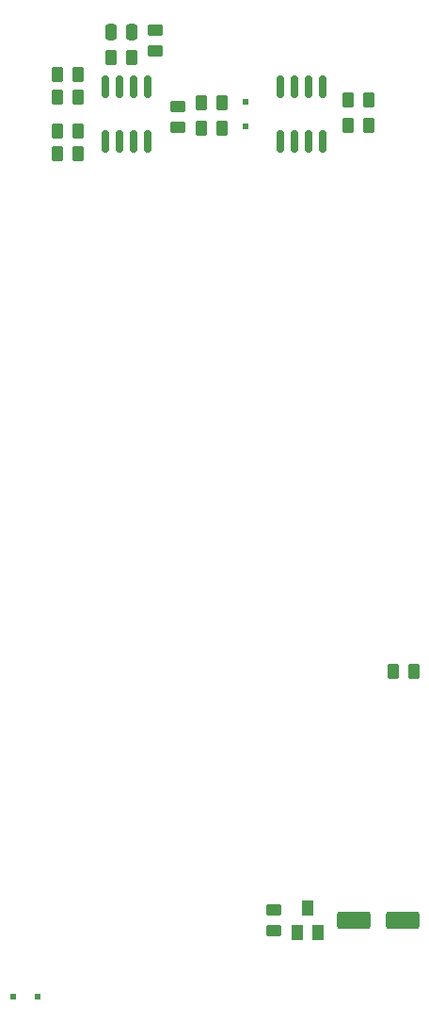
<source format=gbr>
%TF.GenerationSoftware,KiCad,Pcbnew,(6.0.0-0)*%
%TF.CreationDate,2022-11-10T22:32:44-05:00*%
%TF.ProjectId,ADSR-Generator,41445352-2d47-4656-9e65-7261746f722e,rev?*%
%TF.SameCoordinates,Original*%
%TF.FileFunction,Paste,Bot*%
%TF.FilePolarity,Positive*%
%FSLAX46Y46*%
G04 Gerber Fmt 4.6, Leading zero omitted, Abs format (unit mm)*
G04 Created by KiCad (PCBNEW (6.0.0-0)) date 2022-11-10 22:32:44*
%MOMM*%
%LPD*%
G01*
G04 APERTURE LIST*
G04 Aperture macros list*
%AMRoundRect*
0 Rectangle with rounded corners*
0 $1 Rounding radius*
0 $2 $3 $4 $5 $6 $7 $8 $9 X,Y pos of 4 corners*
0 Add a 4 corners polygon primitive as box body*
4,1,4,$2,$3,$4,$5,$6,$7,$8,$9,$2,$3,0*
0 Add four circle primitives for the rounded corners*
1,1,$1+$1,$2,$3*
1,1,$1+$1,$4,$5*
1,1,$1+$1,$6,$7*
1,1,$1+$1,$8,$9*
0 Add four rect primitives between the rounded corners*
20,1,$1+$1,$2,$3,$4,$5,0*
20,1,$1+$1,$4,$5,$6,$7,0*
20,1,$1+$1,$6,$7,$8,$9,0*
20,1,$1+$1,$8,$9,$2,$3,0*%
G04 Aperture macros list end*
%ADD10RoundRect,0.250000X1.250000X0.550000X-1.250000X0.550000X-1.250000X-0.550000X1.250000X-0.550000X0*%
%ADD11RoundRect,0.250000X0.262500X0.450000X-0.262500X0.450000X-0.262500X-0.450000X0.262500X-0.450000X0*%
%ADD12RoundRect,0.250000X-0.262500X-0.450000X0.262500X-0.450000X0.262500X0.450000X-0.262500X0.450000X0*%
%ADD13R,0.500000X0.500000*%
%ADD14RoundRect,0.250000X0.450000X-0.262500X0.450000X0.262500X-0.450000X0.262500X-0.450000X-0.262500X0*%
%ADD15RoundRect,0.150000X-0.150000X0.825000X-0.150000X-0.825000X0.150000X-0.825000X0.150000X0.825000X0*%
%ADD16RoundRect,0.250000X-0.450000X0.262500X-0.450000X-0.262500X0.450000X-0.262500X0.450000X0.262500X0*%
%ADD17R,1.000000X1.400000*%
%ADD18RoundRect,0.250000X-0.250000X-0.475000X0.250000X-0.475000X0.250000X0.475000X-0.250000X0.475000X0*%
G04 APERTURE END LIST*
D10*
%TO.C,C2*%
X251120000Y-132842000D03*
X246720000Y-132842000D03*
%TD*%
D11*
%TO.C,R9*%
X234846500Y-61722000D03*
X233021500Y-61722000D03*
%TD*%
D12*
%TO.C,R12*%
X246229500Y-59182000D03*
X248054500Y-59182000D03*
%TD*%
D13*
%TO.C,D1*%
X236982000Y-59352000D03*
X236982000Y-61552000D03*
%TD*%
D14*
%TO.C,R6*%
X228854000Y-52935500D03*
X228854000Y-54760500D03*
%TD*%
D15*
%TO.C,U2*%
X240157000Y-57977000D03*
X241427000Y-57977000D03*
X242697000Y-57977000D03*
X243967000Y-57977000D03*
X243967000Y-62927000D03*
X242697000Y-62927000D03*
X241427000Y-62927000D03*
X240157000Y-62927000D03*
%TD*%
%TO.C,U1*%
X224409000Y-62927000D03*
X225679000Y-62927000D03*
X226949000Y-62927000D03*
X228219000Y-62927000D03*
X228219000Y-57977000D03*
X226949000Y-57977000D03*
X225679000Y-57977000D03*
X224409000Y-57977000D03*
%TD*%
D11*
%TO.C,R13*%
X248054500Y-61468000D03*
X246229500Y-61468000D03*
%TD*%
D12*
%TO.C,R11*%
X250293500Y-110490000D03*
X252118500Y-110490000D03*
%TD*%
D14*
%TO.C,R10*%
X230886000Y-61618500D03*
X230886000Y-59793500D03*
%TD*%
D16*
%TO.C,R8*%
X239522000Y-131929500D03*
X239522000Y-133754500D03*
%TD*%
D12*
%TO.C,R7*%
X233021500Y-59436000D03*
X234846500Y-59436000D03*
%TD*%
D11*
%TO.C,R5*%
X224893500Y-55372000D03*
X226718500Y-55372000D03*
%TD*%
D12*
%TO.C,R4*%
X221892500Y-61976000D03*
X220067500Y-61976000D03*
%TD*%
D11*
%TO.C,R3*%
X220067500Y-64008000D03*
X221892500Y-64008000D03*
%TD*%
%TO.C,R2*%
X220067500Y-56896000D03*
X221892500Y-56896000D03*
%TD*%
D12*
%TO.C,R1*%
X221892500Y-58928000D03*
X220067500Y-58928000D03*
%TD*%
D17*
%TO.C,Q1*%
X243520000Y-133942000D03*
X242570000Y-131742000D03*
X241620000Y-133942000D03*
%TD*%
D13*
%TO.C,D2*%
X218270000Y-139700000D03*
X216070000Y-139700000D03*
%TD*%
D18*
%TO.C,C1*%
X226756000Y-53086000D03*
X224856000Y-53086000D03*
%TD*%
M02*

</source>
